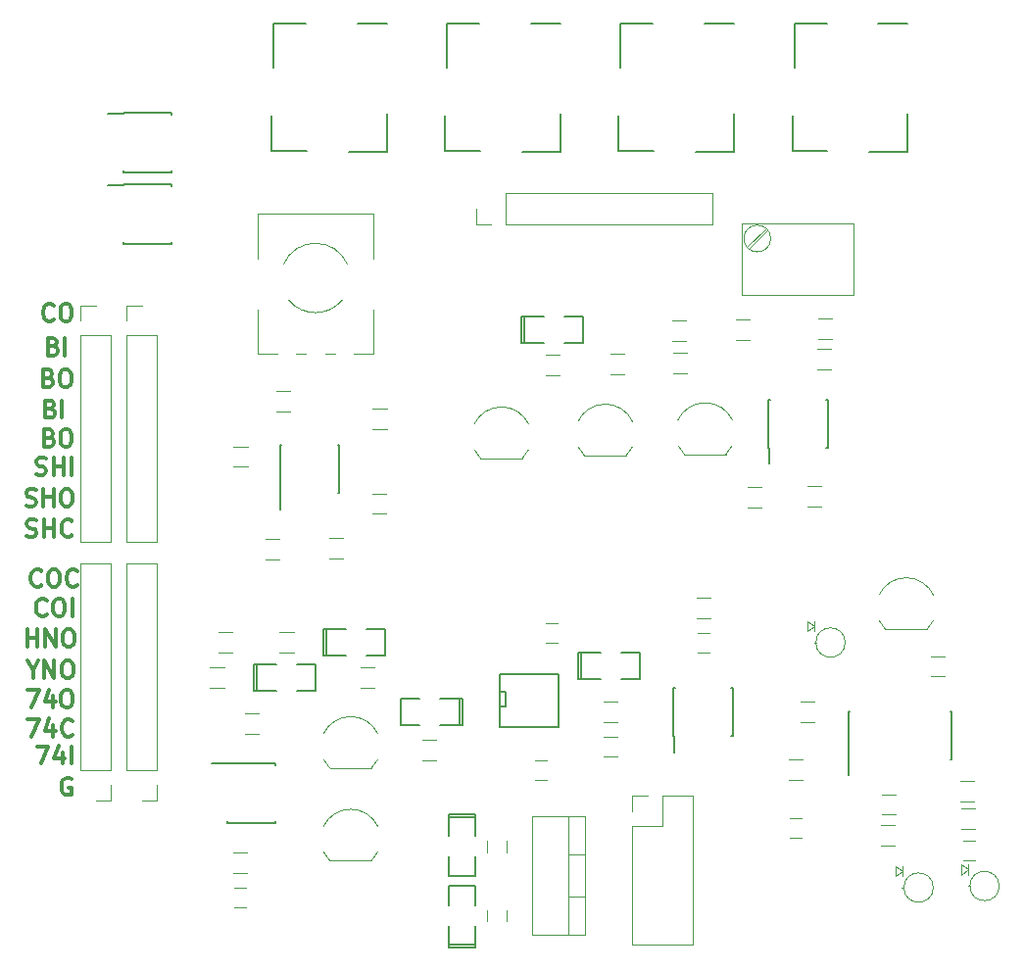
<source format=gbr>
%TF.GenerationSoftware,KiCad,Pcbnew,(2017-07-14 revision 22e95aa)-master*%
%TF.CreationDate,2017-07-26T18:39:18+02:00*%
%TF.ProjectId,allcolours,616C6C636F6C6F7572732E6B69636164,rev?*%
%TF.SameCoordinates,Original%
%TF.FileFunction,Legend,Top*%
%TF.FilePolarity,Positive*%
%FSLAX46Y46*%
G04 Gerber Fmt 4.6, Leading zero omitted, Abs format (unit mm)*
G04 Created by KiCad (PCBNEW (2017-07-14 revision 22e95aa)-master) date Wed Jul 26 18:39:18 2017*
%MOMM*%
%LPD*%
G01*
G04 APERTURE LIST*
%ADD10C,0.300000*%
%ADD11C,0.150000*%
%ADD12C,0.120000*%
%ADD13C,0.203200*%
G04 APERTURE END LIST*
D10*
X127392857Y-98750000D02*
X127250000Y-98678571D01*
X127035714Y-98678571D01*
X126821428Y-98750000D01*
X126678571Y-98892857D01*
X126607142Y-99035714D01*
X126535714Y-99321428D01*
X126535714Y-99535714D01*
X126607142Y-99821428D01*
X126678571Y-99964285D01*
X126821428Y-100107142D01*
X127035714Y-100178571D01*
X127178571Y-100178571D01*
X127392857Y-100107142D01*
X127464285Y-100035714D01*
X127464285Y-99535714D01*
X127178571Y-99535714D01*
X124428571Y-95978571D02*
X125428571Y-95978571D01*
X124785714Y-97478571D01*
X126642857Y-96478571D02*
X126642857Y-97478571D01*
X126285714Y-95907142D02*
X125928571Y-96978571D01*
X126857142Y-96978571D01*
X127428571Y-97478571D02*
X127428571Y-95978571D01*
X123635714Y-93628571D02*
X124635714Y-93628571D01*
X123992857Y-95128571D01*
X125849999Y-94128571D02*
X125849999Y-95128571D01*
X125492857Y-93557142D02*
X125135714Y-94628571D01*
X126064285Y-94628571D01*
X127492857Y-94985714D02*
X127421428Y-95057142D01*
X127207142Y-95128571D01*
X127064285Y-95128571D01*
X126849999Y-95057142D01*
X126707142Y-94914285D01*
X126635714Y-94771428D01*
X126564285Y-94485714D01*
X126564285Y-94271428D01*
X126635714Y-93985714D01*
X126707142Y-93842857D01*
X126849999Y-93700000D01*
X127064285Y-93628571D01*
X127207142Y-93628571D01*
X127421428Y-93700000D01*
X127492857Y-93771428D01*
X123599999Y-91128571D02*
X124599999Y-91128571D01*
X123957142Y-92628571D01*
X125814285Y-91628571D02*
X125814285Y-92628571D01*
X125457142Y-91057142D02*
X125099999Y-92128571D01*
X126028571Y-92128571D01*
X126885714Y-91128571D02*
X127171428Y-91128571D01*
X127314285Y-91200000D01*
X127457142Y-91342857D01*
X127528571Y-91628571D01*
X127528571Y-92128571D01*
X127457142Y-92414285D01*
X127314285Y-92557142D01*
X127171428Y-92628571D01*
X126885714Y-92628571D01*
X126742857Y-92557142D01*
X126599999Y-92414285D01*
X126528571Y-92128571D01*
X126528571Y-91628571D01*
X126599999Y-91342857D01*
X126742857Y-91200000D01*
X126885714Y-91128571D01*
X124078571Y-89364285D02*
X124078571Y-90078571D01*
X123578571Y-88578571D02*
X124078571Y-89364285D01*
X124578571Y-88578571D01*
X125078571Y-90078571D02*
X125078571Y-88578571D01*
X125935714Y-90078571D01*
X125935714Y-88578571D01*
X126935714Y-88578571D02*
X127221428Y-88578571D01*
X127364285Y-88650000D01*
X127507142Y-88792857D01*
X127578571Y-89078571D01*
X127578571Y-89578571D01*
X127507142Y-89864285D01*
X127364285Y-90007142D01*
X127221428Y-90078571D01*
X126935714Y-90078571D01*
X126792857Y-90007142D01*
X126649999Y-89864285D01*
X126578571Y-89578571D01*
X126578571Y-89078571D01*
X126649999Y-88792857D01*
X126792857Y-88650000D01*
X126935714Y-88578571D01*
X123600000Y-87378571D02*
X123600000Y-85878571D01*
X123600000Y-86592857D02*
X124457142Y-86592857D01*
X124457142Y-87378571D02*
X124457142Y-85878571D01*
X125171428Y-87378571D02*
X125171428Y-85878571D01*
X126028571Y-87378571D01*
X126028571Y-85878571D01*
X127028571Y-85878571D02*
X127314285Y-85878571D01*
X127457142Y-85950000D01*
X127600000Y-86092857D01*
X127671428Y-86378571D01*
X127671428Y-86878571D01*
X127600000Y-87164285D01*
X127457142Y-87307142D01*
X127314285Y-87378571D01*
X127028571Y-87378571D01*
X126885714Y-87307142D01*
X126742857Y-87164285D01*
X126671428Y-86878571D01*
X126671428Y-86378571D01*
X126742857Y-86092857D01*
X126885714Y-85950000D01*
X127028571Y-85878571D01*
X125271428Y-84585714D02*
X125199999Y-84657142D01*
X124985714Y-84728571D01*
X124842857Y-84728571D01*
X124628571Y-84657142D01*
X124485714Y-84514285D01*
X124414285Y-84371428D01*
X124342857Y-84085714D01*
X124342857Y-83871428D01*
X124414285Y-83585714D01*
X124485714Y-83442857D01*
X124628571Y-83300000D01*
X124842857Y-83228571D01*
X124985714Y-83228571D01*
X125199999Y-83300000D01*
X125271428Y-83371428D01*
X126199999Y-83228571D02*
X126485714Y-83228571D01*
X126628571Y-83300000D01*
X126771428Y-83442857D01*
X126842857Y-83728571D01*
X126842857Y-84228571D01*
X126771428Y-84514285D01*
X126628571Y-84657142D01*
X126485714Y-84728571D01*
X126199999Y-84728571D01*
X126057142Y-84657142D01*
X125914285Y-84514285D01*
X125842857Y-84228571D01*
X125842857Y-83728571D01*
X125914285Y-83442857D01*
X126057142Y-83300000D01*
X126199999Y-83228571D01*
X127485714Y-84728571D02*
X127485714Y-83228571D01*
X124828571Y-82035714D02*
X124757142Y-82107142D01*
X124542857Y-82178571D01*
X124400000Y-82178571D01*
X124185714Y-82107142D01*
X124042857Y-81964285D01*
X123971428Y-81821428D01*
X123900000Y-81535714D01*
X123900000Y-81321428D01*
X123971428Y-81035714D01*
X124042857Y-80892857D01*
X124185714Y-80750000D01*
X124400000Y-80678571D01*
X124542857Y-80678571D01*
X124757142Y-80750000D01*
X124828571Y-80821428D01*
X125757142Y-80678571D02*
X126042857Y-80678571D01*
X126185714Y-80750000D01*
X126328571Y-80892857D01*
X126400000Y-81178571D01*
X126400000Y-81678571D01*
X126328571Y-81964285D01*
X126185714Y-82107142D01*
X126042857Y-82178571D01*
X125757142Y-82178571D01*
X125614285Y-82107142D01*
X125471428Y-81964285D01*
X125400000Y-81678571D01*
X125400000Y-81178571D01*
X125471428Y-80892857D01*
X125614285Y-80750000D01*
X125757142Y-80678571D01*
X127900000Y-82035714D02*
X127828571Y-82107142D01*
X127614285Y-82178571D01*
X127471428Y-82178571D01*
X127257142Y-82107142D01*
X127114285Y-81964285D01*
X127042857Y-81821428D01*
X126971428Y-81535714D01*
X126971428Y-81321428D01*
X127042857Y-81035714D01*
X127114285Y-80892857D01*
X127257142Y-80750000D01*
X127471428Y-80678571D01*
X127614285Y-80678571D01*
X127828571Y-80750000D01*
X127900000Y-80821428D01*
X123535714Y-77807142D02*
X123750000Y-77878571D01*
X124107142Y-77878571D01*
X124250000Y-77807142D01*
X124321428Y-77735714D01*
X124392857Y-77592857D01*
X124392857Y-77450000D01*
X124321428Y-77307142D01*
X124250000Y-77235714D01*
X124107142Y-77164285D01*
X123821428Y-77092857D01*
X123678571Y-77021428D01*
X123607142Y-76950000D01*
X123535714Y-76807142D01*
X123535714Y-76664285D01*
X123607142Y-76521428D01*
X123678571Y-76450000D01*
X123821428Y-76378571D01*
X124178571Y-76378571D01*
X124392857Y-76450000D01*
X125035714Y-77878571D02*
X125035714Y-76378571D01*
X125035714Y-77092857D02*
X125892857Y-77092857D01*
X125892857Y-77878571D02*
X125892857Y-76378571D01*
X127464285Y-77735714D02*
X127392857Y-77807142D01*
X127178571Y-77878571D01*
X127035714Y-77878571D01*
X126821428Y-77807142D01*
X126678571Y-77664285D01*
X126607142Y-77521428D01*
X126535714Y-77235714D01*
X126535714Y-77021428D01*
X126607142Y-76735714D01*
X126678571Y-76592857D01*
X126821428Y-76450000D01*
X127035714Y-76378571D01*
X127178571Y-76378571D01*
X127392857Y-76450000D01*
X127464285Y-76521428D01*
X123500000Y-75157142D02*
X123714285Y-75228571D01*
X124071428Y-75228571D01*
X124214285Y-75157142D01*
X124285714Y-75085714D01*
X124357142Y-74942857D01*
X124357142Y-74800000D01*
X124285714Y-74657142D01*
X124214285Y-74585714D01*
X124071428Y-74514285D01*
X123785714Y-74442857D01*
X123642857Y-74371428D01*
X123571428Y-74300000D01*
X123500000Y-74157142D01*
X123500000Y-74014285D01*
X123571428Y-73871428D01*
X123642857Y-73800000D01*
X123785714Y-73728571D01*
X124142857Y-73728571D01*
X124357142Y-73800000D01*
X125000000Y-75228571D02*
X125000000Y-73728571D01*
X125000000Y-74442857D02*
X125857142Y-74442857D01*
X125857142Y-75228571D02*
X125857142Y-73728571D01*
X126857142Y-73728571D02*
X127142857Y-73728571D01*
X127285714Y-73800000D01*
X127428571Y-73942857D01*
X127500000Y-74228571D01*
X127500000Y-74728571D01*
X127428571Y-75014285D01*
X127285714Y-75157142D01*
X127142857Y-75228571D01*
X126857142Y-75228571D01*
X126714285Y-75157142D01*
X126571428Y-75014285D01*
X126500000Y-74728571D01*
X126500000Y-74228571D01*
X126571428Y-73942857D01*
X126714285Y-73800000D01*
X126857142Y-73728571D01*
X124378571Y-72457142D02*
X124592857Y-72528571D01*
X124950000Y-72528571D01*
X125092857Y-72457142D01*
X125164285Y-72385714D01*
X125235714Y-72242857D01*
X125235714Y-72100000D01*
X125164285Y-71957142D01*
X125092857Y-71885714D01*
X124950000Y-71814285D01*
X124664285Y-71742857D01*
X124521428Y-71671428D01*
X124450000Y-71600000D01*
X124378571Y-71457142D01*
X124378571Y-71314285D01*
X124450000Y-71171428D01*
X124521428Y-71100000D01*
X124664285Y-71028571D01*
X125021428Y-71028571D01*
X125235714Y-71100000D01*
X125878571Y-72528571D02*
X125878571Y-71028571D01*
X125878571Y-71742857D02*
X126735714Y-71742857D01*
X126735714Y-72528571D02*
X126735714Y-71028571D01*
X127450000Y-72528571D02*
X127450000Y-71028571D01*
X125521428Y-69292857D02*
X125735714Y-69364285D01*
X125807142Y-69435714D01*
X125878571Y-69578571D01*
X125878571Y-69792857D01*
X125807142Y-69935714D01*
X125735714Y-70007142D01*
X125592857Y-70078571D01*
X125021428Y-70078571D01*
X125021428Y-68578571D01*
X125521428Y-68578571D01*
X125664285Y-68650000D01*
X125735714Y-68721428D01*
X125807142Y-68864285D01*
X125807142Y-69007142D01*
X125735714Y-69150000D01*
X125664285Y-69221428D01*
X125521428Y-69292857D01*
X125021428Y-69292857D01*
X126807142Y-68578571D02*
X127092857Y-68578571D01*
X127235714Y-68650000D01*
X127378571Y-68792857D01*
X127450000Y-69078571D01*
X127450000Y-69578571D01*
X127378571Y-69864285D01*
X127235714Y-70007142D01*
X127092857Y-70078571D01*
X126807142Y-70078571D01*
X126664285Y-70007142D01*
X126521428Y-69864285D01*
X126450000Y-69578571D01*
X126450000Y-69078571D01*
X126521428Y-68792857D01*
X126664285Y-68650000D01*
X126807142Y-68578571D01*
X125600000Y-66792857D02*
X125814285Y-66864285D01*
X125885714Y-66935714D01*
X125957142Y-67078571D01*
X125957142Y-67292857D01*
X125885714Y-67435714D01*
X125814285Y-67507142D01*
X125671428Y-67578571D01*
X125100000Y-67578571D01*
X125100000Y-66078571D01*
X125600000Y-66078571D01*
X125742857Y-66150000D01*
X125814285Y-66221428D01*
X125885714Y-66364285D01*
X125885714Y-66507142D01*
X125814285Y-66650000D01*
X125742857Y-66721428D01*
X125600000Y-66792857D01*
X125100000Y-66792857D01*
X126600000Y-67578571D02*
X126600000Y-66078571D01*
X125471428Y-64142857D02*
X125685714Y-64214285D01*
X125757142Y-64285714D01*
X125828571Y-64428571D01*
X125828571Y-64642857D01*
X125757142Y-64785714D01*
X125685714Y-64857142D01*
X125542857Y-64928571D01*
X124971428Y-64928571D01*
X124971428Y-63428571D01*
X125471428Y-63428571D01*
X125614285Y-63500000D01*
X125685714Y-63571428D01*
X125757142Y-63714285D01*
X125757142Y-63857142D01*
X125685714Y-64000000D01*
X125614285Y-64071428D01*
X125471428Y-64142857D01*
X124971428Y-64142857D01*
X126757142Y-63428571D02*
X127042857Y-63428571D01*
X127185714Y-63500000D01*
X127328571Y-63642857D01*
X127400000Y-63928571D01*
X127400000Y-64428571D01*
X127328571Y-64714285D01*
X127185714Y-64857142D01*
X127042857Y-64928571D01*
X126757142Y-64928571D01*
X126614285Y-64857142D01*
X126471428Y-64714285D01*
X126400000Y-64428571D01*
X126400000Y-63928571D01*
X126471428Y-63642857D01*
X126614285Y-63500000D01*
X126757142Y-63428571D01*
X125850000Y-61392857D02*
X126064285Y-61464285D01*
X126135714Y-61535714D01*
X126207142Y-61678571D01*
X126207142Y-61892857D01*
X126135714Y-62035714D01*
X126064285Y-62107142D01*
X125921428Y-62178571D01*
X125350000Y-62178571D01*
X125350000Y-60678571D01*
X125850000Y-60678571D01*
X125992857Y-60750000D01*
X126064285Y-60821428D01*
X126135714Y-60964285D01*
X126135714Y-61107142D01*
X126064285Y-61250000D01*
X125992857Y-61321428D01*
X125850000Y-61392857D01*
X125350000Y-61392857D01*
X126850000Y-62178571D02*
X126850000Y-60678571D01*
X125878571Y-59085714D02*
X125807142Y-59157142D01*
X125592857Y-59228571D01*
X125450000Y-59228571D01*
X125235714Y-59157142D01*
X125092857Y-59014285D01*
X125021428Y-58871428D01*
X124950000Y-58585714D01*
X124950000Y-58371428D01*
X125021428Y-58085714D01*
X125092857Y-57942857D01*
X125235714Y-57800000D01*
X125450000Y-57728571D01*
X125592857Y-57728571D01*
X125807142Y-57800000D01*
X125878571Y-57871428D01*
X126807142Y-57728571D02*
X127092857Y-57728571D01*
X127235714Y-57800000D01*
X127378571Y-57942857D01*
X127450000Y-58228571D01*
X127450000Y-58728571D01*
X127378571Y-59014285D01*
X127235714Y-59157142D01*
X127092857Y-59228571D01*
X126807142Y-59228571D01*
X126664285Y-59157142D01*
X126521428Y-59014285D01*
X126450000Y-58728571D01*
X126450000Y-58228571D01*
X126521428Y-57942857D01*
X126664285Y-57800000D01*
X126807142Y-57728571D01*
D11*
%TO.C,C1*%
X149460000Y-85857000D02*
X149206000Y-85857000D01*
X149206000Y-85857000D02*
X149206000Y-88143000D01*
X149206000Y-88143000D02*
X149460000Y-88143000D01*
X149460000Y-85857000D02*
X149460000Y-88143000D01*
X149460000Y-88143000D02*
X151111000Y-88143000D01*
X152889000Y-85857000D02*
X154540000Y-85857000D01*
X154540000Y-85857000D02*
X154540000Y-88143000D01*
X154540000Y-88143000D02*
X152889000Y-88143000D01*
X151111000Y-85857000D02*
X149460000Y-85857000D01*
%TO.C,C2*%
X166570000Y-58817000D02*
X166316000Y-58817000D01*
X166316000Y-58817000D02*
X166316000Y-61103000D01*
X166316000Y-61103000D02*
X166570000Y-61103000D01*
X166570000Y-58817000D02*
X166570000Y-61103000D01*
X166570000Y-61103000D02*
X168221000Y-61103000D01*
X169999000Y-58817000D02*
X171650000Y-58817000D01*
X171650000Y-58817000D02*
X171650000Y-61103000D01*
X171650000Y-61103000D02*
X169999000Y-61103000D01*
X168221000Y-58817000D02*
X166570000Y-58817000D01*
D12*
%TO.C,C3*%
X204500000Y-105850000D02*
X205500000Y-105850000D01*
X205500000Y-104150000D02*
X204500000Y-104150000D01*
D11*
%TO.C,C4*%
X159289000Y-94133000D02*
X160940000Y-94133000D01*
X155860000Y-91847000D02*
X157511000Y-91847000D01*
X155860000Y-94133000D02*
X155860000Y-91847000D01*
X157511000Y-94133000D02*
X155860000Y-94133000D01*
X160940000Y-91847000D02*
X159289000Y-91847000D01*
X160940000Y-94133000D02*
X160940000Y-91847000D01*
X161194000Y-91847000D02*
X160940000Y-91847000D01*
X161194000Y-94133000D02*
X161194000Y-91847000D01*
X160940000Y-94133000D02*
X161194000Y-94133000D01*
%TO.C,C5*%
X143460000Y-88857000D02*
X143206000Y-88857000D01*
X143206000Y-88857000D02*
X143206000Y-91143000D01*
X143206000Y-91143000D02*
X143460000Y-91143000D01*
X143460000Y-88857000D02*
X143460000Y-91143000D01*
X143460000Y-91143000D02*
X145111000Y-91143000D01*
X146889000Y-88857000D02*
X148540000Y-88857000D01*
X148540000Y-88857000D02*
X148540000Y-91143000D01*
X148540000Y-91143000D02*
X146889000Y-91143000D01*
X145111000Y-88857000D02*
X143460000Y-88857000D01*
D12*
%TO.C,C6*%
X141500000Y-109850000D02*
X142500000Y-109850000D01*
X142500000Y-108150000D02*
X141500000Y-108150000D01*
%TO.C,C7*%
X189500000Y-103850000D02*
X190500000Y-103850000D01*
X190500000Y-102150000D02*
X189500000Y-102150000D01*
%TO.C,C8*%
X168440000Y-87020000D02*
X169440000Y-87020000D01*
X169440000Y-85320000D02*
X168440000Y-85320000D01*
%TO.C,C9*%
X167500000Y-98850000D02*
X168500000Y-98850000D01*
X168500000Y-97150000D02*
X167500000Y-97150000D01*
D11*
%TO.C,C10*%
X173111000Y-87857000D02*
X171460000Y-87857000D01*
X176540000Y-90143000D02*
X174889000Y-90143000D01*
X176540000Y-87857000D02*
X176540000Y-90143000D01*
X174889000Y-87857000D02*
X176540000Y-87857000D01*
X171460000Y-90143000D02*
X173111000Y-90143000D01*
X171460000Y-87857000D02*
X171460000Y-90143000D01*
X171206000Y-90143000D02*
X171460000Y-90143000D01*
X171206000Y-87857000D02*
X171206000Y-90143000D01*
X171460000Y-87857000D02*
X171206000Y-87857000D01*
D12*
%TO.C,C11*%
X181500000Y-87850000D02*
X182500000Y-87850000D01*
X182500000Y-86150000D02*
X181500000Y-86150000D01*
%TO.C,C12*%
X165050000Y-105100000D02*
X165050000Y-104100000D01*
X163350000Y-104100000D02*
X163350000Y-105100000D01*
D11*
%TO.C,C13*%
X162343000Y-103711000D02*
X162343000Y-102060000D01*
X160057000Y-107140000D02*
X160057000Y-105489000D01*
X162343000Y-107140000D02*
X160057000Y-107140000D01*
X162343000Y-105489000D02*
X162343000Y-107140000D01*
X160057000Y-102060000D02*
X160057000Y-103711000D01*
X162343000Y-102060000D02*
X160057000Y-102060000D01*
X160057000Y-101806000D02*
X160057000Y-102060000D01*
X162343000Y-101806000D02*
X160057000Y-101806000D01*
X162343000Y-102060000D02*
X162343000Y-101806000D01*
%TO.C,C14*%
X160057000Y-113140000D02*
X160057000Y-113394000D01*
X160057000Y-113394000D02*
X162343000Y-113394000D01*
X162343000Y-113394000D02*
X162343000Y-113140000D01*
X160057000Y-113140000D02*
X162343000Y-113140000D01*
X162343000Y-113140000D02*
X162343000Y-111489000D01*
X160057000Y-109711000D02*
X160057000Y-108060000D01*
X160057000Y-108060000D02*
X162343000Y-108060000D01*
X162343000Y-108060000D02*
X162343000Y-109711000D01*
X160057000Y-111489000D02*
X160057000Y-113140000D01*
D12*
%TO.C,C15*%
X165050000Y-111100000D02*
X165050000Y-110100000D01*
X163350000Y-110100000D02*
X163350000Y-111100000D01*
%TO.C,D1*%
X205043629Y-108040000D02*
X204870000Y-108040000D01*
X204913000Y-107060000D02*
X204913000Y-106171000D01*
X204913000Y-106615500D02*
X204320333Y-107060000D01*
X204320333Y-107060000D02*
X204320333Y-106171000D01*
X204320333Y-106171000D02*
X204913000Y-106615500D01*
X207576371Y-108040000D02*
G75*
G03X207576371Y-108040000I-1266371J0D01*
G01*
%TO.C,D2*%
X201876371Y-108170000D02*
G75*
G03X201876371Y-108170000I-1266371J0D01*
G01*
X198620333Y-106301000D02*
X199213000Y-106745500D01*
X198620333Y-107190000D02*
X198620333Y-106301000D01*
X199213000Y-106745500D02*
X198620333Y-107190000D01*
X199213000Y-107190000D02*
X199213000Y-106301000D01*
X199343629Y-108170000D02*
X199170000Y-108170000D01*
%TO.C,D3*%
X194266371Y-87000000D02*
G75*
G03X194266371Y-87000000I-1266371J0D01*
G01*
X191010333Y-85131000D02*
X191603000Y-85575500D01*
X191010333Y-86020000D02*
X191010333Y-85131000D01*
X191603000Y-85575500D02*
X191010333Y-86020000D01*
X191603000Y-86020000D02*
X191603000Y-85131000D01*
X191733629Y-87000000D02*
X191560000Y-87000000D01*
D13*
%TO.C,M1*%
X174874000Y-33531000D02*
X174874000Y-37341000D01*
X177668000Y-33531000D02*
X174874000Y-33531000D01*
X184653000Y-33531000D02*
X182113000Y-33531000D01*
X184653000Y-44580000D02*
X184653000Y-41278000D01*
X181351000Y-44580000D02*
X184653000Y-44580000D01*
X174701280Y-44498720D02*
X177701020Y-44498720D01*
X174701280Y-41498980D02*
X174701280Y-44498720D01*
%TO.C,M2*%
X189701280Y-41498980D02*
X189701280Y-44498720D01*
X189701280Y-44498720D02*
X192701020Y-44498720D01*
X196351000Y-44580000D02*
X199653000Y-44580000D01*
X199653000Y-44580000D02*
X199653000Y-41278000D01*
X199653000Y-33531000D02*
X197113000Y-33531000D01*
X192668000Y-33531000D02*
X189874000Y-33531000D01*
X189874000Y-33531000D02*
X189874000Y-37341000D01*
%TO.C,M3*%
X144874000Y-33531000D02*
X144874000Y-37341000D01*
X147668000Y-33531000D02*
X144874000Y-33531000D01*
X154653000Y-33531000D02*
X152113000Y-33531000D01*
X154653000Y-44580000D02*
X154653000Y-41278000D01*
X151351000Y-44580000D02*
X154653000Y-44580000D01*
X144701280Y-44498720D02*
X147701020Y-44498720D01*
X144701280Y-41498980D02*
X144701280Y-44498720D01*
%TO.C,M4*%
X159701280Y-41498980D02*
X159701280Y-44498720D01*
X159701280Y-44498720D02*
X162701020Y-44498720D01*
X166351000Y-44580000D02*
X169653000Y-44580000D01*
X169653000Y-44580000D02*
X169653000Y-41278000D01*
X169653000Y-33531000D02*
X167113000Y-33531000D01*
X162668000Y-33531000D02*
X159874000Y-33531000D01*
X159874000Y-33531000D02*
X159874000Y-37341000D01*
D12*
%TO.C,P1*%
X162370000Y-50830000D02*
X162370000Y-49500000D01*
X163700000Y-50830000D02*
X162370000Y-50830000D01*
X164970000Y-50830000D02*
X164970000Y-48170000D01*
X164970000Y-48170000D02*
X182810000Y-48170000D01*
X164970000Y-50830000D02*
X182810000Y-50830000D01*
X182810000Y-50830000D02*
X182810000Y-48170000D01*
%TO.C,P2*%
X130830000Y-80190000D02*
X128170000Y-80190000D01*
X130830000Y-98030000D02*
X130830000Y-80190000D01*
X128170000Y-98030000D02*
X128170000Y-80190000D01*
X130830000Y-98030000D02*
X128170000Y-98030000D01*
X130830000Y-99300000D02*
X130830000Y-100630000D01*
X130830000Y-100630000D02*
X129500000Y-100630000D01*
%TO.C,P3*%
X132170000Y-78310000D02*
X134830000Y-78310000D01*
X132170000Y-60470000D02*
X132170000Y-78310000D01*
X134830000Y-60470000D02*
X134830000Y-78310000D01*
X132170000Y-60470000D02*
X134830000Y-60470000D01*
X132170000Y-59200000D02*
X132170000Y-57870000D01*
X132170000Y-57870000D02*
X133500000Y-57870000D01*
%TO.C,P4*%
X175870000Y-113090000D02*
X181070000Y-113090000D01*
X175870000Y-102870000D02*
X175870000Y-113090000D01*
X181070000Y-100270000D02*
X181070000Y-113090000D01*
X175870000Y-102870000D02*
X178470000Y-102870000D01*
X178470000Y-102870000D02*
X178470000Y-100270000D01*
X178470000Y-100270000D02*
X181070000Y-100270000D01*
X175870000Y-101600000D02*
X175870000Y-100270000D01*
X175870000Y-100270000D02*
X177200000Y-100270000D01*
%TO.C,P5*%
X134830000Y-80190000D02*
X132170000Y-80190000D01*
X134830000Y-98030000D02*
X134830000Y-80190000D01*
X132170000Y-98030000D02*
X132170000Y-80190000D01*
X134830000Y-98030000D02*
X132170000Y-98030000D01*
X134830000Y-99300000D02*
X134830000Y-100630000D01*
X134830000Y-100630000D02*
X133500000Y-100630000D01*
%TO.C,P6*%
X128170000Y-57870000D02*
X129500000Y-57870000D01*
X128170000Y-59200000D02*
X128170000Y-57870000D01*
X128170000Y-60470000D02*
X130830000Y-60470000D01*
X130830000Y-60470000D02*
X130830000Y-78310000D01*
X128170000Y-60470000D02*
X128170000Y-78310000D01*
X128170000Y-78310000D02*
X130830000Y-78310000D01*
%TO.C,Q1*%
X149740000Y-105850000D02*
X153340000Y-105850000D01*
X149215816Y-105122795D02*
G75*
G03X149740000Y-105850000I2324184J1122795D01*
G01*
X149183600Y-102901193D02*
G75*
G02X151540000Y-101400000I2356400J-1098807D01*
G01*
X153896400Y-102901193D02*
G75*
G03X151540000Y-101400000I-2356400J-1098807D01*
G01*
X153864184Y-105122795D02*
G75*
G02X153340000Y-105850000I-2324184J1122795D01*
G01*
%TO.C,Q2*%
X162770000Y-71090000D02*
X166370000Y-71090000D01*
X162245816Y-70362795D02*
G75*
G03X162770000Y-71090000I2324184J1122795D01*
G01*
X162213600Y-68141193D02*
G75*
G02X164570000Y-66640000I2356400J-1098807D01*
G01*
X166926400Y-68141193D02*
G75*
G03X164570000Y-66640000I-2356400J-1098807D01*
G01*
X166894184Y-70362795D02*
G75*
G02X166370000Y-71090000I-2324184J1122795D01*
G01*
%TO.C,Q3*%
X153864184Y-97122795D02*
G75*
G02X153340000Y-97850000I-2324184J1122795D01*
G01*
X153896400Y-94901193D02*
G75*
G03X151540000Y-93400000I-2356400J-1098807D01*
G01*
X149183600Y-94901193D02*
G75*
G02X151540000Y-93400000I2356400J-1098807D01*
G01*
X149215816Y-97122795D02*
G75*
G03X149740000Y-97850000I2324184J1122795D01*
G01*
X149740000Y-97850000D02*
X153340000Y-97850000D01*
%TO.C,Q4*%
X175864184Y-70122795D02*
G75*
G02X175340000Y-70850000I-2324184J1122795D01*
G01*
X175896400Y-67901193D02*
G75*
G03X173540000Y-66400000I-2356400J-1098807D01*
G01*
X171183600Y-67901193D02*
G75*
G02X173540000Y-66400000I2356400J-1098807D01*
G01*
X171215816Y-70122795D02*
G75*
G03X171740000Y-70850000I2324184J1122795D01*
G01*
X171740000Y-70850000D02*
X175340000Y-70850000D01*
%TO.C,Q5*%
X180370000Y-70730000D02*
X183970000Y-70730000D01*
X179845816Y-70002795D02*
G75*
G03X180370000Y-70730000I2324184J1122795D01*
G01*
X179813600Y-67781193D02*
G75*
G02X182170000Y-66280000I2356400J-1098807D01*
G01*
X184526400Y-67781193D02*
G75*
G03X182170000Y-66280000I-2356400J-1098807D01*
G01*
X184494184Y-70002795D02*
G75*
G02X183970000Y-70730000I-2324184J1122795D01*
G01*
%TO.C,Q6*%
X201864184Y-85122795D02*
G75*
G02X201340000Y-85850000I-2324184J1122795D01*
G01*
X201896400Y-82901193D02*
G75*
G03X199540000Y-81400000I-2356400J-1098807D01*
G01*
X197183600Y-82901193D02*
G75*
G02X199540000Y-81400000I2356400J-1098807D01*
G01*
X197215816Y-85122795D02*
G75*
G03X197740000Y-85850000I2324184J1122795D01*
G01*
X197740000Y-85850000D02*
X201340000Y-85850000D01*
%TO.C,R1*%
X157750000Y-95400000D02*
X158950000Y-95400000D01*
X158950000Y-97160000D02*
X157750000Y-97160000D01*
%TO.C,R2*%
X153600000Y-90880000D02*
X152400000Y-90880000D01*
X152400000Y-89120000D02*
X153600000Y-89120000D01*
%TO.C,R3*%
X169600000Y-63880000D02*
X168400000Y-63880000D01*
X168400000Y-62120000D02*
X169600000Y-62120000D01*
%TO.C,R4*%
X175160000Y-63800000D02*
X173960000Y-63800000D01*
X173960000Y-62040000D02*
X175160000Y-62040000D01*
%TO.C,R5*%
X141290000Y-87890000D02*
X140090000Y-87890000D01*
X140090000Y-86130000D02*
X141290000Y-86130000D01*
%TO.C,R6*%
X145400000Y-86120000D02*
X146600000Y-86120000D01*
X146600000Y-87880000D02*
X145400000Y-87880000D01*
%TO.C,R7*%
X204230000Y-98940000D02*
X205430000Y-98940000D01*
X205430000Y-100700000D02*
X204230000Y-100700000D01*
%TO.C,R8*%
X197400000Y-100120000D02*
X198600000Y-100120000D01*
X198600000Y-101880000D02*
X197400000Y-101880000D01*
%TO.C,R9*%
X197360000Y-102800000D02*
X198560000Y-102800000D01*
X198560000Y-104560000D02*
X197360000Y-104560000D01*
%TO.C,R10*%
X180490000Y-60960000D02*
X179290000Y-60960000D01*
X179290000Y-59200000D02*
X180490000Y-59200000D01*
%TO.C,R11*%
X139400000Y-89120000D02*
X140600000Y-89120000D01*
X140600000Y-90880000D02*
X139400000Y-90880000D01*
%TO.C,R12*%
X184810000Y-59110000D02*
X186010000Y-59110000D01*
X186010000Y-60870000D02*
X184810000Y-60870000D01*
%TO.C,R13*%
X180580000Y-63710000D02*
X179380000Y-63710000D01*
X179380000Y-61950000D02*
X180580000Y-61950000D01*
%TO.C,R14*%
X190600000Y-98880000D02*
X189400000Y-98880000D01*
X189400000Y-97120000D02*
X190600000Y-97120000D01*
%TO.C,R15*%
X205490000Y-103100000D02*
X204290000Y-103100000D01*
X204290000Y-101340000D02*
X205490000Y-101340000D01*
%TO.C,R16*%
X185870000Y-73600000D02*
X187070000Y-73600000D01*
X187070000Y-75360000D02*
X185870000Y-75360000D01*
%TO.C,R17*%
X192230000Y-75270000D02*
X191030000Y-75270000D01*
X191030000Y-73510000D02*
X192230000Y-73510000D01*
%TO.C,R18*%
X193120000Y-60780000D02*
X191920000Y-60780000D01*
X191920000Y-59020000D02*
X193120000Y-59020000D01*
%TO.C,R19*%
X141400000Y-105120000D02*
X142600000Y-105120000D01*
X142600000Y-106880000D02*
X141400000Y-106880000D01*
%TO.C,R20*%
X191600000Y-93880000D02*
X190400000Y-93880000D01*
X190400000Y-92120000D02*
X191600000Y-92120000D01*
%TO.C,R21*%
X143600000Y-94880000D02*
X142400000Y-94880000D01*
X142400000Y-93120000D02*
X143600000Y-93120000D01*
%TO.C,R22*%
X193030000Y-63360000D02*
X191830000Y-63360000D01*
X191830000Y-61600000D02*
X193030000Y-61600000D01*
%TO.C,R23*%
X144170000Y-78040000D02*
X145370000Y-78040000D01*
X145370000Y-79800000D02*
X144170000Y-79800000D01*
%TO.C,R24*%
X154600000Y-75880000D02*
X153400000Y-75880000D01*
X153400000Y-74120000D02*
X154600000Y-74120000D01*
%TO.C,R25*%
X201700000Y-88170000D02*
X202900000Y-88170000D01*
X202900000Y-89930000D02*
X201700000Y-89930000D01*
%TO.C,R26*%
X149700000Y-77990000D02*
X150900000Y-77990000D01*
X150900000Y-79750000D02*
X149700000Y-79750000D01*
%TO.C,R27*%
X141430000Y-70050000D02*
X142630000Y-70050000D01*
X142630000Y-71810000D02*
X141430000Y-71810000D01*
%TO.C,R28*%
X145120000Y-65250000D02*
X146320000Y-65250000D01*
X146320000Y-67010000D02*
X145120000Y-67010000D01*
%TO.C,R29*%
X154650000Y-68570000D02*
X153450000Y-68570000D01*
X153450000Y-66810000D02*
X154650000Y-66810000D01*
%TO.C,R30*%
X173400000Y-95120000D02*
X174600000Y-95120000D01*
X174600000Y-96880000D02*
X173400000Y-96880000D01*
%TO.C,R31*%
X173400000Y-92120000D02*
X174600000Y-92120000D01*
X174600000Y-93880000D02*
X173400000Y-93880000D01*
%TO.C,R32*%
X181400000Y-83120000D02*
X182600000Y-83120000D01*
X182600000Y-84880000D02*
X181400000Y-84880000D01*
%TO.C,RV1*%
X187830000Y-52090000D02*
G75*
G03X187830000Y-52090000I-1155000J0D01*
G01*
X194995000Y-56980000D02*
X185345000Y-56980000D01*
X194995000Y-50760000D02*
X185345000Y-50760000D01*
X194995000Y-56980000D02*
X194995000Y-50760000D01*
X185345000Y-56980000D02*
X185345000Y-50760000D01*
X185799000Y-52824000D02*
X187410000Y-51214000D01*
X185939000Y-52965000D02*
X187551000Y-51355000D01*
%TO.C,RV2*%
X145737568Y-54328018D02*
G75*
G02X151262000Y-54327000I2762432J-1171982D01*
G01*
X150797753Y-57428295D02*
G75*
G02X146202000Y-57428000I-2297753J1928295D01*
G01*
X143539000Y-62060000D02*
X143539000Y-58194000D01*
X143539000Y-53805000D02*
X143539000Y-49940000D01*
X153460000Y-62060000D02*
X153460000Y-58194000D01*
X153460000Y-53805000D02*
X153460000Y-49940000D01*
X143539000Y-62060000D02*
X145175000Y-62060000D01*
X146825000Y-62060000D02*
X147675000Y-62060000D01*
X149325000Y-62060000D02*
X150175000Y-62060000D01*
X151825000Y-62060000D02*
X153460000Y-62060000D01*
X143539000Y-49940000D02*
X153460000Y-49940000D01*
D11*
%TO.C,U1*%
X194550000Y-97075000D02*
X194575000Y-97075000D01*
X194550000Y-92925000D02*
X194665000Y-92925000D01*
X203450000Y-92925000D02*
X203335000Y-92925000D01*
X203450000Y-97075000D02*
X203335000Y-97075000D01*
X194550000Y-97075000D02*
X194550000Y-92925000D01*
X203450000Y-97075000D02*
X203450000Y-92925000D01*
X194575000Y-97075000D02*
X194575000Y-98450000D01*
%TO.C,U2*%
X140925000Y-97425000D02*
X140925000Y-97475000D01*
X145075000Y-97425000D02*
X145075000Y-97570000D01*
X145075000Y-102575000D02*
X145075000Y-102430000D01*
X140925000Y-102575000D02*
X140925000Y-102430000D01*
X140925000Y-97425000D02*
X145075000Y-97425000D01*
X140925000Y-102575000D02*
X145075000Y-102575000D01*
X140925000Y-97475000D02*
X139525000Y-97475000D01*
%TO.C,U3*%
X187685000Y-70155000D02*
X187685000Y-71555000D01*
X192785000Y-70155000D02*
X192785000Y-66005000D01*
X187635000Y-70155000D02*
X187635000Y-66005000D01*
X192785000Y-70155000D02*
X192640000Y-70155000D01*
X192785000Y-66005000D02*
X192640000Y-66005000D01*
X187635000Y-66005000D02*
X187780000Y-66005000D01*
X187635000Y-70155000D02*
X187685000Y-70155000D01*
%TO.C,U4*%
X164460000Y-89714000D02*
X169540000Y-89714000D01*
X169540000Y-89714000D02*
X169540000Y-94286000D01*
X169540000Y-94286000D02*
X164460000Y-94286000D01*
X164460000Y-94286000D02*
X164460000Y-89714000D01*
X164460000Y-91238000D02*
X164968000Y-91238000D01*
X164968000Y-91238000D02*
X164968000Y-92508000D01*
X164968000Y-92508000D02*
X164460000Y-92508000D01*
%TO.C,U5*%
X145425000Y-74075000D02*
X145475000Y-74075000D01*
X145425000Y-69925000D02*
X145570000Y-69925000D01*
X150575000Y-69925000D02*
X150430000Y-69925000D01*
X150575000Y-74075000D02*
X150430000Y-74075000D01*
X145425000Y-74075000D02*
X145425000Y-69925000D01*
X150575000Y-74075000D02*
X150575000Y-69925000D01*
X145475000Y-74075000D02*
X145475000Y-75475000D01*
%TO.C,U6*%
X179475000Y-95075000D02*
X179475000Y-96475000D01*
X184575000Y-95075000D02*
X184575000Y-90925000D01*
X179425000Y-95075000D02*
X179425000Y-90925000D01*
X184575000Y-95075000D02*
X184430000Y-95075000D01*
X184575000Y-90925000D02*
X184430000Y-90925000D01*
X179425000Y-90925000D02*
X179570000Y-90925000D01*
X179425000Y-95075000D02*
X179475000Y-95075000D01*
%TO.C,U7*%
X131925000Y-47475000D02*
X130525000Y-47475000D01*
X131925000Y-52575000D02*
X136075000Y-52575000D01*
X131925000Y-47425000D02*
X136075000Y-47425000D01*
X131925000Y-52575000D02*
X131925000Y-52430000D01*
X136075000Y-52575000D02*
X136075000Y-52430000D01*
X136075000Y-47425000D02*
X136075000Y-47570000D01*
X131925000Y-47425000D02*
X131925000Y-47475000D01*
%TO.C,U8*%
X131925000Y-41225000D02*
X131925000Y-41275000D01*
X136075000Y-41225000D02*
X136075000Y-41370000D01*
X136075000Y-46375000D02*
X136075000Y-46230000D01*
X131925000Y-46375000D02*
X131925000Y-46230000D01*
X131925000Y-41225000D02*
X136075000Y-41225000D01*
X131925000Y-46375000D02*
X136075000Y-46375000D01*
X131925000Y-41275000D02*
X130525000Y-41275000D01*
D12*
%TO.C,U9*%
X171820000Y-102020000D02*
X171820000Y-112260000D01*
X167179000Y-102020000D02*
X167179000Y-112260000D01*
X171820000Y-102020000D02*
X167179000Y-102020000D01*
X171820000Y-112260000D02*
X167179000Y-112260000D01*
X170310000Y-102020000D02*
X170310000Y-112260000D01*
X171820000Y-105290000D02*
X170310000Y-105290000D01*
X171820000Y-108991000D02*
X170310000Y-108991000D01*
%TD*%
M02*

</source>
